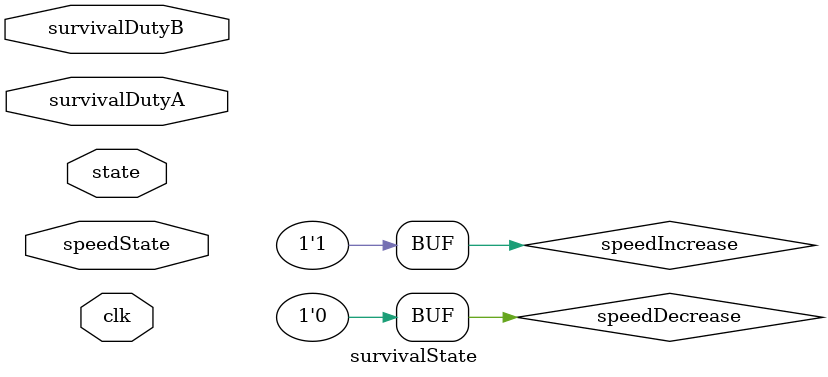
<source format=v>
`timescale 1ns / 1ps


module survivalState(

        input wire clk,
        input wire [7:0] survivalDutyA,
        input wire [7:0] survivalDutyB,
        input wire [3:0] state,
        input wire [1:0] speedState

    );

        localparam SURVIVAL = 4'b0000 ;

        localparam FORWARD = 2'd0 ;
        localparam LEFT = 2'd1 ;
        localparam RIGHT = 2'd2 ;
        localparam STOP = 2'd03 ;

        localparam MAXSPEED = 255 ; 

        reg [7:0] dutyA;
        reg [7:0] dutyB;

        reg speedIncrease;
        reg speedDecrease;

        reg stepR, stepL;

        initial begin
            dutyA = 7'd100 ;
            dutyB = 7'd100 ; 
            speedIncrease = 1 ;
            speedDecrease = 10 ; 
            stepR = 0;
            stepL = 0;
        end

        always @ (posedge clk)
        begin
            if (state==SURVIVAL)
            begin
                case(speedState)

                    FORWARD :  
                    begin
                        stepR <= (dutyA < MAXSPEED-speedStep) ? (speedStep) : (0);
                        stepL <= (dutyA < MAXSPEED-speedStep) ? (speedStep) : (0);
                    end

                    LEFT :  
                    begin
                        stepR <= (dutyA < MAXSPEED-speedStep) ? (speedStep) : (0);
                        stepL <= (dutyA > speedDecrease) ? (-speedDecrease) : (0);
                    end

                    RIGHT :  
                    begin
                        stepR <= (dutyA > speedDecrease) ? (-speedDecrease) : (0);
                        stepL <= (dutyA < MAXSPEED-speedStep) ? (speedStep) : (0);
                    end

                    STOP :  
                    begin
                        stepR <= (dutyA > speedDecrease) ? (-speedDecrease) : (0);
                        stepL <= (dutyA > speedDecrease) ? (-speedDecrease) : (0);
                    end

                endcase

                dutyA<= dutyA + stepR ;
                dutyB <= dutyB + stepL ; 
            end
            
        end

endmodule

</source>
